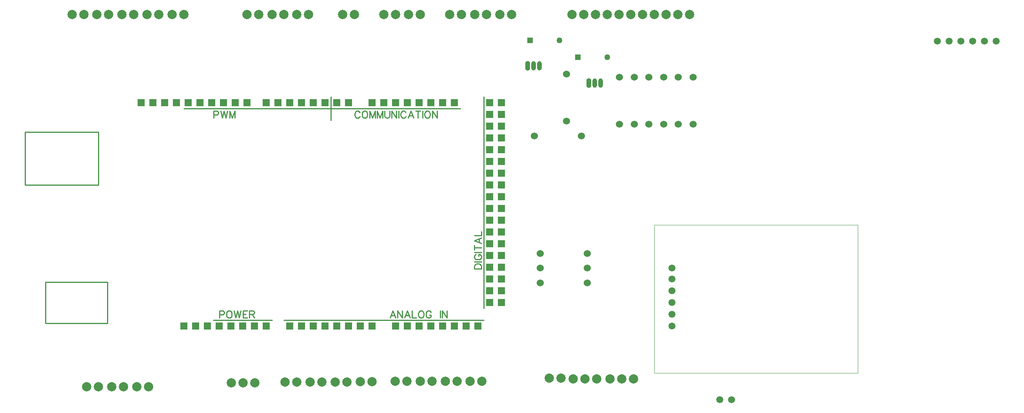
<source format=gbr>
G04 DipTrace 3.2.0.1*
G04 mainboard.gbr*
%MOMM*%
G04 #@! TF.FileFunction,Drawing,Top*
G04 #@! TF.Part,Single*
%AMOUTLINE0*
4,1,8,
-0.5,-0.75,
-0.25,-1.0,
0.25,-1.0,
0.5,-0.75,
0.5,0.75,
0.25,1.0,
-0.25,1.0,
-0.5,0.75,
-0.5,-0.75,
0*%
%ADD10C,0.25*%
%ADD15C,0.03333*%
G04 #@! TA.AperFunction,ComponentPad*
%ADD16C,2.0*%
%ADD17R,1.5X1.5*%
%ADD18R,1.27X1.27*%
%ADD19C,1.27*%
%ADD20C,1.5*%
%ADD21O,1.0X2.0*%
%ADD22C,1.524*%
%ADD23C,1.524*%
%ADD57C,0.23529*%
G04 #@! TA.AperFunction,ComponentPad*
%ADD58OUTLINE0*%
%FSLAX35Y35*%
G04*
G71*
G90*
G75*
G01*
G04 TopAssy*
%LPD*%
D16*
X2462167Y8716213D3*
X2716167D3*
X3001917D3*
X3255917D3*
X1922417D3*
X2176417D3*
X8653417D3*
X8907417D3*
X11685540Y858087D3*
X11939540D3*
X12209417Y842213D3*
X12463417D3*
X12717417D3*
X9542417Y8716213D3*
X9796417D3*
X8113667D3*
X8367667D3*
X7224667D3*
X7478667D3*
X6240417D3*
X6494417D3*
X5700667D3*
X5954667D3*
X13003167Y842213D3*
X13257167D3*
X13511167D3*
X5700476Y2112061D2*
D10*
X4430984D1*
X5954159D2*
X10272159D1*
X1954611Y6176036D2*
X366667D1*
Y5032959D1*
X1954611D1*
X10272159Y6938264D2*
Y2365959D1*
X6971048Y6938264D2*
Y6430467D1*
Y6684366D2*
X3795159D1*
X9764794D2*
X6971048D1*
X1954611Y5032959D2*
Y6176036D1*
X811421Y2048586D2*
Y2937764D1*
Y2048586D2*
X2144603D1*
X811421Y2937764D2*
X2144603D1*
Y2048586D1*
D17*
X10653667Y2493213D3*
Y2747213D3*
Y3001213D3*
Y3255213D3*
Y3509213D3*
Y3763213D3*
Y4017213D3*
Y4271213D3*
Y4525213D3*
Y4779213D3*
Y5033213D3*
Y5287213D3*
Y5541213D3*
Y5795213D3*
Y6049213D3*
Y6303213D3*
Y6557213D3*
X10399667Y6811213D3*
Y2493213D3*
Y2747213D3*
Y3001213D3*
Y3255213D3*
Y3509213D3*
Y3763213D3*
Y4017213D3*
Y4271213D3*
Y4525213D3*
Y4779213D3*
Y5033213D3*
Y5287213D3*
Y5541213D3*
Y5795213D3*
Y6049213D3*
Y6303213D3*
Y6557213D3*
X10653667Y6811213D3*
X5065667Y1985213D3*
X4557667D3*
X4303667D3*
X4049667D3*
X3795667D3*
X7351667D3*
X7097667D3*
X6843667D3*
X6589667D3*
X6335667D3*
X6081667D3*
X5162187Y6811213D3*
X4908187D3*
X4654187D3*
X4400187D3*
X4146187D3*
X3892187D3*
X3638187D3*
X3381647D3*
X3130187D3*
X2876187D3*
X7351667D3*
X7097667D3*
X6843667D3*
X6589667D3*
X6335667D3*
X6081667D3*
X5827667D3*
X5573667D3*
X7859667D3*
X8113667D3*
X8367667D3*
X8621667D3*
X8875667D3*
X9129667D3*
X9383667D3*
X9637667D3*
X7605667Y1985213D3*
X7859667D3*
X8367667D3*
X8621667D3*
X8875667D3*
X9129667D3*
X9383667D3*
X9637667D3*
X9891667D3*
X10145667D3*
X4811667D3*
X5573667D3*
X5319667D3*
D16*
X1382667Y8716213D3*
X1636667D3*
D18*
X11271687Y8159803D3*
D19*
X11906687D3*
D16*
X5160917Y8716213D3*
X5414917D3*
D20*
X14336667Y2493213D3*
Y2747213D3*
Y2239213D3*
Y1985213D3*
X20073007Y8140633D3*
X14336667Y3001213D3*
Y3239340D3*
X15628007Y393633D3*
X15374007D3*
X21343007Y8140633D3*
D58*
X11224067Y7604237D3*
D21*
X11351067D3*
X11478067D3*
D16*
X12177667Y8716213D3*
X12431667D3*
X12685667D3*
X12938387Y8715370D3*
X13192387D3*
X13446387D3*
X13701667Y8716213D3*
X13955667D3*
X14209667D3*
X14463667D3*
X14717667D3*
X10082167D3*
X10336167D3*
X10621917D3*
X10875917D3*
X1700667Y676667D3*
X1954667D3*
X2240420D3*
X2494420D3*
X2780170D3*
X3034170D3*
X3541667Y8716213D3*
X3795667D3*
D22*
X12065000Y7429500D3*
D23*
Y6413500D3*
D18*
X12303453Y7794717D3*
D19*
X12938453D3*
D58*
X12541553Y7239150D3*
D21*
X12668553D3*
X12795553D3*
D16*
X5985477Y779107D3*
X6239477D3*
X6524757Y778117D3*
X6778757D3*
X7065773Y778550D3*
X7319773D3*
X7606107Y779993D3*
X7860107D3*
X8362967Y788083D3*
X8616967D3*
X8903300Y789773D3*
X9157300D3*
X9443037Y789900D3*
X9697037D3*
X9982913Y789897D3*
X10236913D3*
D20*
X20327007Y8140633D3*
X20581007D3*
X20835007D3*
X21089007D3*
D16*
X4826000Y762000D3*
X5080000D3*
X5334000D3*
D22*
X13525500Y7366000D3*
D23*
Y6350000D3*
D22*
X13208000Y7366000D3*
D23*
Y6350000D3*
D22*
X13843000Y7366000D3*
D23*
Y6350000D3*
D22*
X14160500Y7366000D3*
D23*
Y6350000D3*
D22*
X14478000Y7366000D3*
D23*
Y6350000D3*
D22*
X14795500Y7366000D3*
D23*
Y6350000D3*
D22*
X11366500Y6096000D3*
D23*
X12382500D3*
D22*
X11493500Y3556000D3*
D23*
X12509500D3*
D22*
X11493500Y3238500D3*
D23*
X12509500D3*
D22*
X11493500Y2921000D3*
D23*
X12509500D3*
X13955667Y4169213D2*
D15*
X18355667D1*
Y969213D1*
X13955667D1*
Y4169213D1*
X4569050Y2234082D2*
D57*
X4634750D1*
X4656482Y2241325D1*
X4663894Y2248738D1*
X4671138Y2263225D1*
Y2285125D1*
X4663894Y2299613D1*
X4656482Y2307025D1*
X4634750Y2314269D1*
X4569050D1*
Y2161138D1*
X4761997Y2314269D2*
X4747341Y2307025D1*
X4732853Y2292369D1*
X4725441Y2277882D1*
X4718197Y2255982D1*
Y2219425D1*
X4725441Y2197694D1*
X4732853Y2183038D1*
X4747341Y2168550D1*
X4761997Y2161138D1*
X4791141D1*
X4805628Y2168550D1*
X4820285Y2183038D1*
X4827528Y2197694D1*
X4834772Y2219425D1*
Y2255982D1*
X4827528Y2277882D1*
X4820285Y2292369D1*
X4805628Y2307025D1*
X4791141Y2314269D1*
X4761997D1*
X4881831D2*
X4918387Y2161138D1*
X4954775Y2314269D1*
X4991163Y2161138D1*
X5027719Y2314269D1*
X5169453D2*
X5074778D1*
Y2161138D1*
X5169453D1*
X5074778Y2241325D2*
X5133065D1*
X5216512D2*
X5282043D1*
X5303943Y2248738D1*
X5311356Y2255982D1*
X5318600Y2270469D1*
Y2285125D1*
X5311356Y2299613D1*
X5303943Y2307025D1*
X5282043Y2314269D1*
X5216512D1*
Y2161138D1*
X5267556Y2241325D2*
X5318600Y2161138D1*
X8369048D2*
X8310592Y2314269D1*
X8252304Y2161138D1*
X8274204Y2212182D2*
X8347148D1*
X8518195Y2314269D2*
Y2161138D1*
X8416107Y2314269D1*
Y2161138D1*
X8681997D2*
X8623541Y2314269D1*
X8565254Y2161138D1*
X8587154Y2212182D2*
X8660097D1*
X8729056Y2314269D2*
Y2161138D1*
X8816488D1*
X8907347Y2314269D2*
X8892690Y2307025D1*
X8878203Y2292369D1*
X8870790Y2277882D1*
X8863547Y2255982D1*
Y2219425D1*
X8870790Y2197694D1*
X8878203Y2183038D1*
X8892690Y2168550D1*
X8907347Y2161138D1*
X8936490D1*
X8950978Y2168550D1*
X8965634Y2183038D1*
X8972878Y2197694D1*
X8980122Y2219425D1*
Y2255982D1*
X8972878Y2277882D1*
X8965634Y2292369D1*
X8950978Y2307025D1*
X8936490Y2314269D1*
X8907347D1*
X9136512Y2277882D2*
X9129268Y2292369D1*
X9114612Y2307025D1*
X9100125Y2314269D1*
X9070981D1*
X9056325Y2307025D1*
X9041837Y2292369D1*
X9034425Y2277882D1*
X9027181Y2255982D1*
Y2219425D1*
X9034425Y2197694D1*
X9041837Y2183038D1*
X9056325Y2168550D1*
X9070981Y2161138D1*
X9100125D1*
X9114612Y2168550D1*
X9129268Y2183038D1*
X9136512Y2197694D1*
Y2219425D1*
X9100125D1*
X9331707Y2314269D2*
Y2161138D1*
X9480853Y2314269D2*
Y2161138D1*
X9378766Y2314269D1*
Y2161138D1*
X10070166Y3225830D2*
X10223298D1*
Y3276874D1*
X10215886Y3298774D1*
X10201398Y3313430D1*
X10186742Y3320674D1*
X10165010Y3327918D1*
X10128454D1*
X10106554Y3320674D1*
X10092066Y3313430D1*
X10077410Y3298774D1*
X10070166Y3276874D1*
Y3225830D1*
Y3374977D2*
X10223298D1*
X10106554Y3531367D2*
X10092066Y3524123D1*
X10077410Y3509467D1*
X10070166Y3494979D1*
Y3465836D1*
X10077410Y3451179D1*
X10092066Y3436692D1*
X10106554Y3429279D1*
X10128454Y3422036D1*
X10165010Y3422035D1*
X10186742Y3429279D1*
X10201398Y3436692D1*
X10215886Y3451179D1*
X10223298Y3465835D1*
Y3494979D1*
X10215886Y3509467D1*
X10201398Y3524123D1*
X10186742Y3531367D1*
X10165010D1*
Y3494979D1*
X10070166Y3578426D2*
X10223298D1*
X10070166Y3676528D2*
X10223298D1*
X10070166Y3625485D2*
Y3727572D1*
X10223298Y3891375D2*
X10070166Y3832919D1*
X10223298Y3774631D1*
X10172254Y3796531D2*
Y3869475D1*
X10070166Y3938434D2*
X10223298D1*
Y4025865D1*
X4442749Y6552488D2*
X4508449D1*
X4530180Y6559732D1*
X4537593Y6567144D1*
X4544837Y6581632D1*
Y6603532D1*
X4537593Y6618019D1*
X4530180Y6625432D1*
X4508449Y6632676D1*
X4442749D1*
Y6479544D1*
X4591895Y6632676D2*
X4628452Y6479544D1*
X4664839Y6632676D1*
X4701227Y6479544D1*
X4737783Y6632676D1*
X4901417Y6479544D2*
Y6632676D1*
X4843130Y6479544D1*
X4784842Y6632676D1*
Y6479544D1*
X7599509Y6596288D2*
X7592265Y6610776D1*
X7577609Y6625432D1*
X7563121Y6632676D1*
X7533977D1*
X7519321Y6625432D1*
X7504834Y6610776D1*
X7497421Y6596288D1*
X7490177Y6574388D1*
Y6537832D1*
X7497421Y6516100D1*
X7504834Y6501444D1*
X7519321Y6486956D1*
X7533977Y6479544D1*
X7563121D1*
X7577609Y6486956D1*
X7592265Y6501444D1*
X7599509Y6516100D1*
X7690368Y6632676D2*
X7675712Y6625432D1*
X7661224Y6610776D1*
X7653812Y6596288D1*
X7646568Y6574388D1*
Y6537832D1*
X7653812Y6516100D1*
X7661224Y6501444D1*
X7675712Y6486956D1*
X7690368Y6479544D1*
X7719512D1*
X7733999Y6486956D1*
X7748655Y6501444D1*
X7755899Y6516100D1*
X7763143Y6537832D1*
Y6574388D1*
X7755899Y6596288D1*
X7748655Y6610776D1*
X7733999Y6625432D1*
X7719512Y6632676D1*
X7690368D1*
X7926777Y6479544D2*
Y6632676D1*
X7868490Y6479544D1*
X7810202Y6632676D1*
Y6479544D1*
X8090412D2*
Y6632676D1*
X8032124Y6479544D1*
X7973836Y6632676D1*
Y6479544D1*
X8137470Y6632676D2*
Y6523344D1*
X8144714Y6501444D1*
X8159370Y6486956D1*
X8181270Y6479544D1*
X8195758D1*
X8217658Y6486956D1*
X8232314Y6501444D1*
X8239558Y6523344D1*
Y6632676D1*
X8388705D2*
Y6479544D1*
X8286617Y6632676D1*
Y6479544D1*
X8435763Y6632676D2*
Y6479544D1*
X8592154Y6596288D2*
X8584910Y6610776D1*
X8570254Y6625432D1*
X8555766Y6632676D1*
X8526622D1*
X8511966Y6625432D1*
X8497478Y6610776D1*
X8490066Y6596288D1*
X8482822Y6574388D1*
Y6537832D1*
X8490066Y6516100D1*
X8497478Y6501444D1*
X8511966Y6486956D1*
X8526622Y6479544D1*
X8555766D1*
X8570254Y6486956D1*
X8584910Y6501444D1*
X8592154Y6516100D1*
X8755956Y6479544D2*
X8697500Y6632676D1*
X8639213Y6479544D1*
X8661113Y6530588D2*
X8734056D1*
X8854059Y6632676D2*
Y6479544D1*
X8803015Y6632676D2*
X8905103D1*
X8952162D2*
Y6479544D1*
X9043021Y6632676D2*
X9028364Y6625432D1*
X9013877Y6610776D1*
X9006464Y6596288D1*
X8999221Y6574388D1*
Y6537832D1*
X9006464Y6516100D1*
X9013877Y6501444D1*
X9028364Y6486956D1*
X9043021Y6479544D1*
X9072164D1*
X9086652Y6486956D1*
X9101308Y6501444D1*
X9108552Y6516100D1*
X9115796Y6537832D1*
Y6574388D1*
X9108552Y6596288D1*
X9101308Y6610776D1*
X9086652Y6625432D1*
X9072164Y6632676D1*
X9043021D1*
X9264942D2*
Y6479544D1*
X9162855Y6632676D1*
Y6479544D1*
M02*

</source>
